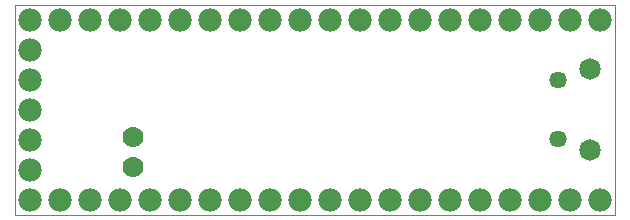
<source format=gbs>
G75*
%MOIN*%
%OFA0B0*%
%FSLAX25Y25*%
%IPPOS*%
%LPD*%
%AMOC8*
5,1,8,0,0,1.08239X$1,22.5*
%
%ADD10C,0.00000*%
%ADD11C,0.07000*%
%ADD12C,0.07800*%
%ADD13C,0.07191*%
%ADD14C,0.05746*%
D10*
X0027595Y0218000D02*
X0027595Y0288000D01*
X0227595Y0288000D01*
X0227595Y0218000D01*
X0027595Y0218000D01*
D11*
X0066995Y0233800D03*
X0066995Y0243800D03*
D12*
X0032595Y0243000D03*
X0032595Y0233000D03*
X0032595Y0223000D03*
X0042595Y0223000D03*
X0052595Y0223000D03*
X0062595Y0223000D03*
X0072595Y0223000D03*
X0082595Y0223000D03*
X0092595Y0223000D03*
X0102595Y0223000D03*
X0112595Y0223000D03*
X0122595Y0223000D03*
X0132595Y0223000D03*
X0142595Y0223000D03*
X0152595Y0223000D03*
X0162595Y0223000D03*
X0172595Y0223000D03*
X0182595Y0223000D03*
X0192595Y0223000D03*
X0202595Y0223000D03*
X0212595Y0223000D03*
X0222595Y0223000D03*
X0222595Y0283000D03*
X0212595Y0283000D03*
X0202595Y0283000D03*
X0192595Y0283000D03*
X0182595Y0283000D03*
X0172595Y0283000D03*
X0162595Y0283000D03*
X0152595Y0283000D03*
X0142595Y0283000D03*
X0132595Y0283000D03*
X0122595Y0283000D03*
X0112595Y0283000D03*
X0102595Y0283000D03*
X0092595Y0283000D03*
X0082595Y0283000D03*
X0072595Y0283000D03*
X0062595Y0283000D03*
X0052595Y0283000D03*
X0042595Y0283000D03*
X0032595Y0283000D03*
X0032595Y0273000D03*
X0032595Y0263000D03*
X0032595Y0253000D03*
D13*
X0219098Y0266552D03*
X0219098Y0239426D03*
D14*
X0208468Y0243146D03*
X0208468Y0262831D03*
M02*

</source>
